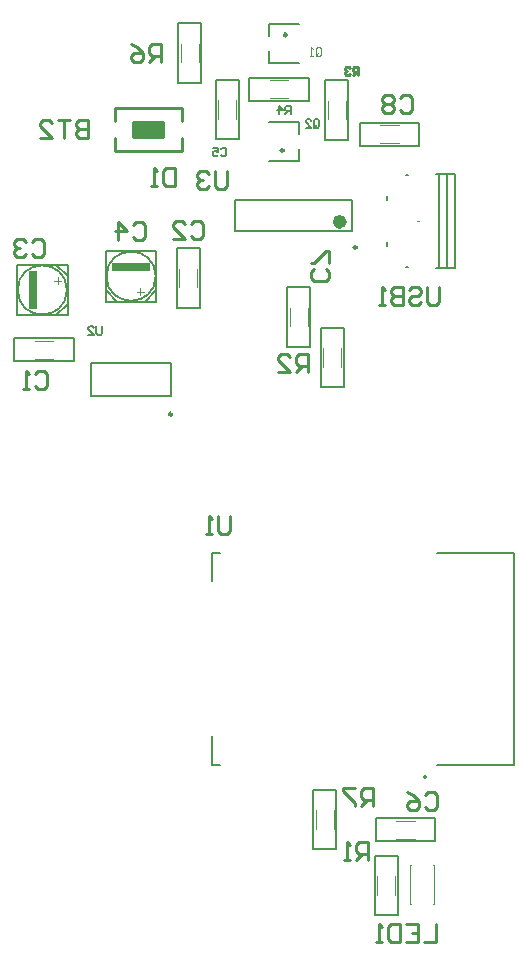
<source format=gbr>
%TF.GenerationSoftware,Altium Limited,Altium Designer,25.7.1 (20)*%
G04 Layer_Color=32896*
%FSLAX45Y45*%
%MOMM*%
%TF.SameCoordinates,6DC23F8A-9C4A-45C2-95F2-439E2FAEE1B8*%
%TF.FilePolarity,Positive*%
%TF.FileFunction,Legend,Bot*%
%TF.Part,Single*%
G01*
G75*
%TA.AperFunction,NonConductor*%
%ADD45C,0.25400*%
%ADD46C,0.20000*%
%ADD47C,0.12700*%
%ADD48C,0.25000*%
%ADD49C,0.60000*%
%ADD50C,0.10160*%
%ADD51C,0.20320*%
%ADD52C,0.08000*%
%ADD53C,0.10000*%
%ADD54R,0.70002X3.22499*%
%ADD55R,2.54000X1.27000*%
%ADD56R,3.22504X0.70002*%
D45*
X15027168Y10800085D02*
Y10914385D01*
Y11056625D02*
Y11170925D01*
X15436108Y10922005D02*
Y11049005D01*
X15182108Y10922005D02*
X15436108D01*
X15182108D02*
Y11049005D01*
X15436108D01*
X15027168Y11170925D02*
X15591048D01*
X15027168Y10800085D02*
X15591048D01*
Y10914385D01*
Y11056625D02*
Y11170925D01*
X17767218Y9651975D02*
Y9525017D01*
X17741826Y9499625D01*
X17691042D01*
X17665649Y9525017D01*
Y9651975D01*
X17513300Y9626583D02*
X17538692Y9651975D01*
X17589474D01*
X17614867Y9626583D01*
Y9601192D01*
X17589474Y9575800D01*
X17538692D01*
X17513300Y9550408D01*
Y9525017D01*
X17538692Y9499625D01*
X17589474D01*
X17614867Y9525017D01*
X17462515Y9651975D02*
Y9499625D01*
X17386340D01*
X17360950Y9525017D01*
Y9550408D01*
X17386340Y9575800D01*
X17462515D01*
X17386340D01*
X17360950Y9601192D01*
Y9626583D01*
X17386340Y9651975D01*
X17462515D01*
X17310165Y9499625D02*
X17259383D01*
X17284773D01*
Y9651975D01*
X17310165Y9626583D01*
X15976559Y10629875D02*
Y10502917D01*
X15951167Y10477525D01*
X15900383D01*
X15874992Y10502917D01*
Y10629875D01*
X15824208Y10604483D02*
X15798816Y10629875D01*
X15748033D01*
X15722641Y10604483D01*
Y10579092D01*
X15748033Y10553700D01*
X15773425D01*
X15748033D01*
X15722641Y10528308D01*
Y10502917D01*
X15748033Y10477525D01*
X15798816D01*
X15824208Y10502917D01*
X16002000Y7708851D02*
Y7581892D01*
X15976608Y7556500D01*
X15925826D01*
X15900433Y7581892D01*
Y7708851D01*
X15849649Y7556500D02*
X15798866D01*
X15824257D01*
Y7708851D01*
X15849649Y7683459D01*
X17208459Y5257825D02*
Y5410175D01*
X17132283D01*
X17106892Y5384783D01*
Y5334000D01*
X17132283Y5308608D01*
X17208459D01*
X17157675D02*
X17106892Y5257825D01*
X17056108Y5410175D02*
X16954541D01*
Y5384783D01*
X17056108Y5283217D01*
Y5257825D01*
X15417760Y11557025D02*
Y11709375D01*
X15341583D01*
X15316193Y11683983D01*
Y11633200D01*
X15341583Y11607808D01*
X15417760D01*
X15366975D02*
X15316193Y11557025D01*
X15163841Y11709375D02*
X15214626Y11683983D01*
X15265408Y11633200D01*
Y11582417D01*
X15240016Y11557025D01*
X15189233D01*
X15163841Y11582417D01*
Y11607808D01*
X15189233Y11633200D01*
X15265408D01*
X17089015Y11445811D02*
Y11515789D01*
X17054025D01*
X17042363Y11504126D01*
Y11480800D01*
X17054025Y11469137D01*
X17089015D01*
X17065689D02*
X17042363Y11445811D01*
X17019037Y11504126D02*
X17007375Y11515789D01*
X16984048D01*
X16972385Y11504126D01*
Y11492463D01*
X16984048Y11480800D01*
X16995711D01*
X16984048D01*
X16972385Y11469137D01*
Y11457474D01*
X16984048Y11445811D01*
X17007375D01*
X17019037Y11457474D01*
X16662360Y8928125D02*
Y9080475D01*
X16586183D01*
X16560793Y9055083D01*
Y9004300D01*
X16586183Y8978908D01*
X16662360D01*
X16611575D02*
X16560793Y8928125D01*
X16408441D02*
X16510008D01*
X16408441Y9029692D01*
Y9055083D01*
X16433833Y9080475D01*
X16484616D01*
X16510008Y9055083D01*
X17170367Y4800625D02*
Y4952975D01*
X17094193D01*
X17068800Y4927583D01*
Y4876800D01*
X17094193Y4851408D01*
X17170367D01*
X17119583D02*
X17068800Y4800625D01*
X17018016D02*
X16967233D01*
X16992624D01*
Y4952975D01*
X17018016Y4927583D01*
X17741818Y4254475D02*
Y4102125D01*
X17640250D01*
X17487900Y4254475D02*
X17589467D01*
Y4102125D01*
X17487900D01*
X17589467Y4178300D02*
X17538683D01*
X17437115Y4254475D02*
Y4102125D01*
X17360941D01*
X17335548Y4127517D01*
Y4229083D01*
X17360941Y4254475D01*
X17437115D01*
X17284766Y4102125D02*
X17233981D01*
X17259373D01*
Y4254475D01*
X17284766Y4229083D01*
X15532066Y10655275D02*
Y10502925D01*
X15455891D01*
X15430499Y10528317D01*
Y10629883D01*
X15455891Y10655275D01*
X15532066D01*
X15379716Y10502925D02*
X15328934D01*
X15354324D01*
Y10655275D01*
X15379716Y10629883D01*
X17437093Y11252183D02*
X17462483Y11277575D01*
X17513268D01*
X17538660Y11252183D01*
Y11150617D01*
X17513268Y11125225D01*
X17462483D01*
X17437093Y11150617D01*
X17386308Y11252183D02*
X17360916Y11277575D01*
X17310133D01*
X17284741Y11252183D01*
Y11226792D01*
X17310133Y11201400D01*
X17284741Y11176008D01*
Y11150617D01*
X17310133Y11125225D01*
X17360916D01*
X17386308Y11150617D01*
Y11176008D01*
X17360916Y11201400D01*
X17386308Y11226792D01*
Y11252183D01*
X17360916Y11201400D02*
X17310133D01*
X16811029Y9804408D02*
X16836421Y9779017D01*
Y9728233D01*
X16811029Y9702841D01*
X16709462D01*
X16684071Y9728233D01*
Y9779017D01*
X16709462Y9804408D01*
X16836421Y9855192D02*
Y9956759D01*
X16811029D01*
X16709462Y9855192D01*
X16684071D01*
X17652992Y5346683D02*
X17678383Y5372075D01*
X17729167D01*
X17754559Y5346683D01*
Y5245117D01*
X17729167Y5219725D01*
X17678383D01*
X17652992Y5245117D01*
X17500641Y5372075D02*
X17551425Y5346683D01*
X17602208Y5295900D01*
Y5245117D01*
X17576816Y5219725D01*
X17526033D01*
X17500641Y5245117D01*
Y5270508D01*
X17526033Y5295900D01*
X17602208D01*
X15176492Y10172683D02*
X15201883Y10198075D01*
X15252667D01*
X15278059Y10172683D01*
Y10071117D01*
X15252667Y10045725D01*
X15201883D01*
X15176492Y10071117D01*
X15049533Y10045725D02*
Y10198075D01*
X15125708Y10121900D01*
X15024141D01*
X14325592Y10032983D02*
X14350983Y10058375D01*
X14401767D01*
X14427159Y10032983D01*
Y9931417D01*
X14401767Y9906025D01*
X14350983D01*
X14325592Y9931417D01*
X14274808Y10032983D02*
X14249416Y10058375D01*
X14198633D01*
X14173241Y10032983D01*
Y10007592D01*
X14198633Y9982200D01*
X14224025D01*
X14198633D01*
X14173241Y9956808D01*
Y9931417D01*
X14198633Y9906025D01*
X14249416D01*
X14274808Y9931417D01*
X15671793Y10182833D02*
X15697183Y10208225D01*
X15747968D01*
X15773360Y10182833D01*
Y10081266D01*
X15747968Y10055874D01*
X15697183D01*
X15671793Y10081266D01*
X15519441Y10055874D02*
X15621008D01*
X15519441Y10157442D01*
Y10182833D01*
X15544833Y10208225D01*
X15595616D01*
X15621008Y10182833D01*
X14350999Y8915383D02*
X14376392Y8940775D01*
X14427174D01*
X14452567Y8915383D01*
Y8813817D01*
X14427174Y8788425D01*
X14376392D01*
X14350999Y8813817D01*
X14300217Y8788425D02*
X14249432D01*
X14274825D01*
Y8940775D01*
X14300217Y8915383D01*
X14795435Y11061675D02*
Y10909325D01*
X14719260D01*
X14693867Y10934717D01*
Y10960108D01*
X14719260Y10985500D01*
X14795435D01*
X14719260D01*
X14693867Y11010892D01*
Y11036283D01*
X14719260Y11061675D01*
X14795435D01*
X14643083D02*
X14541516D01*
X14592300D01*
Y10909325D01*
X14389166D02*
X14490733D01*
X14389166Y11010892D01*
Y11036283D01*
X14414557Y11061675D01*
X14465341D01*
X14490733Y11036283D01*
D46*
X17662000Y5503300D02*
G03*
X17662000Y5503300I-10000J0D01*
G01*
X17030400Y10121900D02*
Y10388600D01*
X16040401D02*
X17030400D01*
X14828799Y8724600D02*
Y9004600D01*
X15498801Y8724600D02*
Y9004600D01*
X14828799D02*
X15498801D01*
X14828799Y8724600D02*
X15498801D01*
X16040401Y10121900D02*
Y10388600D01*
Y10121900D02*
X17030400D01*
X17332599Y10000798D02*
Y10030800D01*
X17487601Y10600802D02*
X17507600D01*
X17902602Y9810801D02*
Y10610799D01*
X17747600D02*
X17902602D01*
X17747600Y9810801D02*
X17902602D01*
X17772598D02*
Y10610799D01*
X17842601Y9810801D02*
Y10610799D01*
X17487601Y9820798D02*
X17507600D01*
X17332599Y10390800D02*
Y10420802D01*
X14917316Y9318689D02*
Y9260374D01*
X14905652Y9248711D01*
X14882326D01*
X14870663Y9260374D01*
Y9318689D01*
X14800685Y9248711D02*
X14847337D01*
X14800685Y9295363D01*
Y9307026D01*
X14812347Y9318689D01*
X14835674D01*
X14847337Y9307026D01*
X16517516Y11115611D02*
Y11185589D01*
X16482526D01*
X16470863Y11173926D01*
Y11150600D01*
X16482526Y11138937D01*
X16517516D01*
X16494189D02*
X16470863Y11115611D01*
X16412547D02*
Y11185589D01*
X16447537Y11150600D01*
X16400885D01*
X16712163Y11012974D02*
Y11059626D01*
X16723827Y11071289D01*
X16747153D01*
X16758815Y11059626D01*
Y11012974D01*
X16747153Y11001311D01*
X16723827D01*
X16735489Y11024637D02*
X16712163Y11001311D01*
X16723827D02*
X16712163Y11012974D01*
X16642184Y11001311D02*
X16688837D01*
X16642184Y11047963D01*
Y11059626D01*
X16653848Y11071289D01*
X16677174D01*
X16688837Y11059626D01*
X15924763Y10818326D02*
X15936426Y10829989D01*
X15959752D01*
X15971416Y10818326D01*
Y10771674D01*
X15959752Y10760011D01*
X15936426D01*
X15924763Y10771674D01*
X15854785Y10829989D02*
X15901437D01*
Y10795000D01*
X15878111Y10806663D01*
X15866447D01*
X15854785Y10795000D01*
Y10771674D01*
X15866447Y10760011D01*
X15889774D01*
X15901437Y10771674D01*
D47*
X14620280Y9626600D02*
G03*
X14620280Y9626600I-208280J0D01*
G01*
X15372079Y9743398D02*
G03*
X15372079Y9743398I-208280J0D01*
G01*
X14629501Y9411599D02*
Y9841601D01*
X14199500Y9411599D02*
X14629501D01*
X14199500D02*
Y9841601D01*
X14629501D01*
Y9621601D02*
Y9711599D01*
X14529501Y9841601D02*
X14629501Y9741601D01*
X14499500Y9841601D02*
X14529501D01*
Y9411599D02*
X14629501Y9511599D01*
X15562590Y11381735D02*
Y11884655D01*
X15758170D01*
Y11381735D02*
Y11884655D01*
X15562590Y11381735D02*
X15758170D01*
X14678661Y9022080D02*
Y9217660D01*
X14175740D02*
X14678661D01*
X14175740Y9022080D02*
Y9217660D01*
Y9022080D02*
X14678661D01*
X17000214Y10899145D02*
Y11402065D01*
X16804634Y10899145D02*
X17000214D01*
X16804634D02*
Y11402065D01*
X17000214D01*
X16165343Y11424910D02*
X16668262D01*
Y11229330D02*
Y11424910D01*
X16165343Y11229330D02*
X16668262D01*
X16165343D02*
Y11424910D01*
X16485925Y9146540D02*
X16681506D01*
Y9649460D01*
X16485925D02*
X16681506D01*
X16485925Y9146540D02*
Y9649460D01*
X16769090Y8803635D02*
Y9306555D01*
X16964670D01*
Y8803635D02*
Y9306555D01*
X16769090Y8803635D02*
X16964670D01*
X16705589Y4892035D02*
Y5394955D01*
X16901170D01*
Y4892035D02*
Y5394955D01*
X16705589Y4892035D02*
X16901170D01*
X17739360Y4958080D02*
Y5153660D01*
X17236440D02*
X17739360D01*
X17236440Y4958080D02*
Y5153660D01*
Y4958080D02*
X17739360D01*
X17226289Y4333235D02*
Y4836155D01*
X17421870D01*
Y4333235D02*
Y4836155D01*
X17226289Y4333235D02*
X17421870D01*
X14948799Y9625899D02*
X15048799Y9525899D01*
X15378801Y9625899D02*
Y9655896D01*
X15278801Y9525899D02*
X15378801Y9625899D01*
X15158801Y9525899D02*
X15248799D01*
X15378801D02*
Y9955896D01*
X14948799D02*
X15378801D01*
X14948799Y9525899D02*
Y9955896D01*
Y9525899D02*
X15378801D01*
X15549879Y9476740D02*
X15745461D01*
Y9979660D01*
X15549879D02*
X15745461D01*
X15549879Y9476740D02*
Y9979660D01*
X15880080Y10901690D02*
X16075661D01*
Y11404610D01*
X15880080D02*
X16075661D01*
X15880080Y10901690D02*
Y11404610D01*
X17099290Y10848340D02*
Y11043920D01*
Y10848340D02*
X17602209D01*
Y11043920D01*
X17099290D02*
X17602209D01*
X17751999Y7403302D02*
X18402000D01*
Y5603301D02*
Y7403302D01*
X17751999Y5603301D02*
X18402000D01*
X15851997Y7403302D02*
X15917001D01*
X15851997Y7158299D02*
Y7403302D01*
Y5603301D02*
Y5848299D01*
Y5603301D02*
X15917001D01*
D48*
X16456700Y10807900D02*
G03*
X16456700Y10807900I-12500J0D01*
G01*
X15511301Y8574600D02*
G03*
X15511301Y8574600I-12500J0D01*
G01*
X17074899Y9988300D02*
G03*
X17074899Y9988300I-12500J0D01*
G01*
X16482642Y11785400D02*
G03*
X16482642Y11785400I-12500J0D01*
G01*
D49*
X16960400Y10203300D02*
G03*
X16960400Y10203300I-30000J0D01*
G01*
D50*
X15735310Y11554455D02*
Y11711935D01*
X15582910Y11554455D02*
Y11711935D01*
X14348460Y9042400D02*
X14505940D01*
X14348460Y9194800D02*
X14505940D01*
X16827493Y11071865D02*
Y11229345D01*
X16979893Y11071865D02*
Y11229345D01*
X16338062Y11252190D02*
X16495541D01*
X16338062Y11404590D02*
X16495541D01*
X16506245Y9319260D02*
Y9476740D01*
X16658646Y9319260D02*
Y9476740D01*
X16941811Y8976355D02*
Y9133835D01*
X16789410Y8976355D02*
Y9133835D01*
X16878310Y5064755D02*
Y5222235D01*
X16725909Y5064755D02*
Y5222235D01*
X17409160Y4978400D02*
X17566640D01*
X17409160Y5130800D02*
X17566640D01*
X17399010Y4505955D02*
Y4663435D01*
X17246609Y4505955D02*
Y4663435D01*
X17729201Y4429760D02*
Y4759960D01*
X17525999Y4429760D02*
Y4759960D01*
X17724120D02*
X17729201D01*
X17724120Y4429760D02*
X17729201D01*
X17525999D02*
X17533620D01*
X17525999Y4759960D02*
X17531081D01*
X15570200Y9649460D02*
Y9806940D01*
X15722600Y9649460D02*
Y9806940D01*
X15900400Y11074410D02*
Y11231890D01*
X16052800Y11074410D02*
Y11231890D01*
X17272009Y11023600D02*
X17429491D01*
X17272009Y10871200D02*
X17429491D01*
X14574500Y9703536D02*
X14515253D01*
X14544876Y9733159D02*
Y9673912D01*
X15240736Y9580898D02*
Y9640146D01*
X15270358Y9610522D02*
X15211111D01*
D51*
X16583899Y10718800D02*
Y10820400D01*
X16329900Y10718800D02*
X16583899D01*
Y10947400D02*
Y11049000D01*
X16329900D02*
X16583899D01*
X16330441Y11772900D02*
Y11874500D01*
X16584442D01*
X16330441Y11544300D02*
Y11645900D01*
Y11544300D02*
X16584442D01*
D52*
X17582600Y10210800D02*
X17602602D01*
D53*
X16725900Y11622574D02*
Y11669226D01*
X16737563Y11680889D01*
X16760889D01*
X16772552Y11669226D01*
Y11622574D01*
X16760889Y11610911D01*
X16737563D01*
X16749226Y11634237D02*
X16725900Y11610911D01*
X16737563D02*
X16725900Y11622574D01*
X16702574Y11610911D02*
X16679248D01*
X16690910D01*
Y11680889D01*
X16702574Y11669226D01*
D54*
X14334500Y9627850D02*
D03*
D55*
X15309108Y10985505D02*
D03*
D56*
X15165050Y9820897D02*
D03*
%TF.MD5,9ed6c185af14a6d128f1c7add3d838b8*%
M02*

</source>
